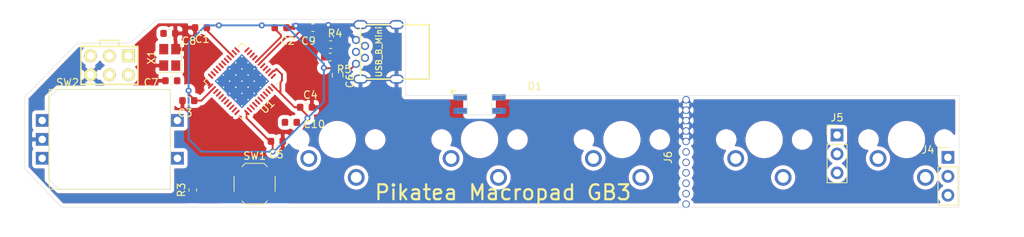
<source format=kicad_pcb>
(kicad_pcb (version 20171130) (host pcbnew "(5.1.6)-1")
  (layers (0 F.Cu signal) (31 B.Cu signal) (34 B.Paste user) (35 F.Paste user) (36 B.SilkS user) (37 F.SilkS user) (38 B.Mask user) (39 F.Mask user) (44 Edge.Cuts user))
  (net 0 "")
  (net 1 GND)
  (net 2 "Net-(C7-Pad1)")
  (net 3 "Net-(C8-Pad1)")
  (net 4 "Net-(C9-Pad1)")
  (net 5 "Net-(C10-Pad1)")
  (net 6 /MOSI)
  (net 7 /RESET)
  (net 8 /SCK)
  (net 9 /MISO)
  (net 10 /A0)
  (net 11 /D9)
  (net 12 /D6)
  (net 13 /D5)
  (net 14 "Net-(R4-Pad2)")
  (net 15 /D+)
  (net 16 "Net-(R5-Pad2)")
  (net 17 /D-)
  (net 18 /CS)
  (net 19 /D4)
  (net 20 /D3)
  (net 21 /D2)
  (net 22 "Net-(U1-Pad39)")
  (net 23 "Net-(U1-Pad38)")
  (net 24 "Net-(U1-Pad37)")
  (net 25 /D8)
  (net 26 "Net-(U1-Pad22)")
  (net 27 "Net-(U1-Pad8)")
  (net 28 VBUS)
  (net 29 /D7)
  (net 30 /D11)
  (net 31 /D13)
  (net 32 /D12)
  (net 33 /D1)
  (net 34 /D0)
  (net 35 "Net-(J2-Pad4)")
  (net 36 "Net-(U1-Pad21)")
  (net 37 "Net-(U1-Pad20)")
  (net 38 "Net-(D1-Pad4)")
  (net 39 "Net-(D1-Pad3)")
  (net 40 "Net-(D1-Pad2)")
  (net 41 "Net-(D1-Pad1)")
  (module Capacitor_SMD:C_0805_2012Metric (layer F.Cu) (at 130.9 96.2875 270)
    (fp_text reference C6 (at 0.7665 -1.65 90) (layer F.SilkS))
    (fp_text value 4u7)
    (fp_line (start -0.258578 -0.71) (end 0.258578 -0.71) (layer F.SilkS) (width 0.12))
    (fp_line (start -0.258578 0.71) (end 0.258578 0.71) (layer F.SilkS) (width 0.12))
    (pad 2 smd roundrect (at 0.9375 0 270) (size 0.975 1.4) (layers F.Cu F.Paste F.Mask) (net 1 GND))
    (pad 1 smd roundrect (at -0.9375 0 270) (size 0.975 1.4) (layers F.Cu F.Paste F.Mask) (net 28 VBUS))
  )
  (module Capacitor_SMD:C_0603_1608Metric (layer F.Cu) (at 124.6355 102.616)
    (fp_text reference C10 (at 3.1265 0.254) (layer F.SilkS))
    (fp_text value 0u1)
    (fp_line (start -0.162779 -0.51) (end 0.162779 -0.51) (layer F.SilkS) (width 0.12))
    (fp_line (start -0.162779 0.51) (end 0.162779 0.51) (layer F.SilkS) (width 0.12))
    (pad 2 smd roundrect (at 0.7875 0) (size 0.875 0.95) (layers F.Cu F.Paste F.Mask) (net 1 GND))
    (pad 1 smd roundrect (at -0.7875 0) (size 0.875 0.95) (layers F.Cu F.Paste F.Mask) (net 5 "Net-(C10-Pad1)"))
  )
  (module Capacitor_SMD:C_0603_1608Metric (layer F.Cu) (at 127.5865 89.916)
    (fp_text reference C9 (at -0.5865 1.778) (layer F.SilkS))
    (fp_text value 1u)
    (fp_line (start -0.162779 -0.51) (end 0.162779 -0.51) (layer F.SilkS) (width 0.12))
    (fp_line (start -0.162779 0.51) (end 0.162779 0.51) (layer F.SilkS) (width 0.12))
    (pad 2 smd roundrect (at 0.7875 0) (size 0.875 0.95) (layers F.Cu F.Paste F.Mask) (net 1 GND))
    (pad 1 smd roundrect (at -0.7875 0) (size 0.875 0.95) (layers F.Cu F.Paste F.Mask) (net 4 "Net-(C9-Pad1)"))
  )
  (module Capacitor_SMD:C_0603_1608Metric (layer F.Cu) (at 108.3795 90.678)
    (fp_text reference C8 (at 2.6185 1.016) (layer F.SilkS))
    (fp_text value 22p)
    (fp_line (start -0.162779 -0.51) (end 0.162779 -0.51) (layer F.SilkS) (width 0.12))
    (fp_line (start -0.162779 0.51) (end 0.162779 0.51) (layer F.SilkS) (width 0.12))
    (pad 2 smd roundrect (at 0.7875 0) (size 0.875 0.95) (layers F.Cu F.Paste F.Mask) (net 1 GND))
    (pad 1 smd roundrect (at -0.7875 0) (size 0.875 0.95) (layers F.Cu F.Paste F.Mask) (net 3 "Net-(C8-Pad1)"))
  )
  (module Capacitor_SMD:C_0603_1608Metric (layer F.Cu) (at 108.6335 97.028 180)
    (fp_text reference C7 (at 2.7155 -0.254) (layer F.SilkS))
    (fp_text value 22p)
    (fp_line (start -0.162779 -0.51) (end 0.162779 -0.51) (layer F.SilkS) (width 0.12))
    (fp_line (start -0.162779 0.51) (end 0.162779 0.51) (layer F.SilkS) (width 0.12))
    (pad 2 smd roundrect (at 0.7875 0 180) (size 0.875 0.95) (layers F.Cu F.Paste F.Mask) (net 1 GND))
    (pad 1 smd roundrect (at -0.7875 0 180) (size 0.875 0.95) (layers F.Cu F.Paste F.Mask) (net 2 "Net-(C7-Pad1)"))
  )
  (module Capacitor_SMD:C_0603_1608Metric (layer F.Cu) (at 122.7605 105.156)
    (fp_text reference C5 (at -0.0785 1.778) (layer F.SilkS))
    (fp_text value 0u1)
    (fp_line (start -0.162779 -0.51) (end 0.162779 -0.51) (layer F.SilkS) (width 0.12))
    (fp_line (start -0.162779 0.51) (end 0.162779 0.51) (layer F.SilkS) (width 0.12))
    (pad 2 smd roundrect (at 0.7875 0) (size 0.875 0.95) (layers F.Cu F.Paste F.Mask) (net 1 GND))
    (pad 1 smd roundrect (at -0.7875 0) (size 0.875 0.95) (layers F.Cu F.Paste F.Mask) (net 28 VBUS))
  )
  (module Capacitor_SMD:C_0603_1608Metric (layer F.Cu) (at 126.6675 100.584)
    (fp_text reference C4 (at 0.5865 -1.65) (layer F.SilkS))
    (fp_text value 0u1)
    (fp_line (start -0.162779 -0.51) (end 0.162779 -0.51) (layer F.SilkS) (width 0.12))
    (fp_line (start -0.162779 0.51) (end 0.162779 0.51) (layer F.SilkS) (width 0.12))
    (pad 2 smd roundrect (at 0.7875 0) (size 0.875 0.95) (layers F.Cu F.Paste F.Mask) (net 1 GND))
    (pad 1 smd roundrect (at -0.7875 0) (size 0.875 0.95) (layers F.Cu F.Paste F.Mask) (net 28 VBUS))
  )
  (module Capacitor_SMD:C_0603_1608Metric (layer F.Cu) (at 110.9125 99.7 180)
    (fp_text reference C3 (at 0.4295 -1.65) (layer F.SilkS))
    (fp_text value 0u1)
    (fp_line (start -0.162779 -0.51) (end 0.162779 -0.51) (layer F.SilkS) (width 0.12))
    (fp_line (start -0.162779 0.51) (end 0.162779 0.51) (layer F.SilkS) (width 0.12))
    (pad 2 smd roundrect (at 0.7875 0 180) (size 0.875 0.95) (layers F.Cu F.Paste F.Mask) (net 1 GND))
    (pad 1 smd roundrect (at -0.7875 0 180) (size 0.875 0.95) (layers F.Cu F.Paste F.Mask) (net 28 VBUS))
  )
  (module Capacitor_SMD:C_0603_1608Metric (layer F.Cu) (at 123.2685 89.916)
    (fp_text reference C2 (at 0.9375 1.778) (layer F.SilkS))
    (fp_text value 0u1)
    (fp_line (start -0.162779 -0.51) (end 0.162779 -0.51) (layer F.SilkS) (width 0.12))
    (fp_line (start -0.162779 0.51) (end 0.162779 0.51) (layer F.SilkS) (width 0.12))
    (pad 2 smd roundrect (at 0.7875 0) (size 0.875 0.95) (layers F.Cu F.Paste F.Mask) (net 1 GND))
    (pad 1 smd roundrect (at -0.7875 0) (size 0.875 0.95) (layers F.Cu F.Paste F.Mask) (net 28 VBUS))
  )
  (module Capacitor_SMD:C_0603_1608Metric (layer F.Cu) (at 112.6005 89.916 180)
    (fp_text reference C1 (at -0.1755 -1.524) (layer F.SilkS))
    (fp_text value 0u1)
    (fp_line (start -0.162779 -0.51) (end 0.162779 -0.51) (layer F.SilkS) (width 0.12))
    (fp_line (start -0.162779 0.51) (end 0.162779 0.51) (layer F.SilkS) (width 0.12))
    (pad 2 smd roundrect (at 0.7875 0 180) (size 0.875 0.95) (layers F.Cu F.Paste F.Mask) (net 1 GND))
    (pad 1 smd roundrect (at -0.7875 0 180) (size 0.875 0.95) (layers F.Cu F.Paste F.Mask) (net 28 VBUS))
  )
  (module Resistor_SMD:R_0603_1608Metric (layer F.Cu) (at 129.9 93.85 180)
    (fp_text reference R5 (at -1.8635 -1.65) (layer F.SilkS))
    (fp_text value 22)
    (fp_line (start -0.162779 -0.51) (end 0.162779 -0.51) (layer F.SilkS) (width 0.12))
    (fp_line (start -0.162779 0.51) (end 0.162779 0.51) (layer F.SilkS) (width 0.12))
    (pad 2 smd roundrect (at 0.7875 0 180) (size 0.875 0.95) (layers F.Cu F.Paste F.Mask) (net 16 "Net-(R5-Pad2)"))
    (pad 1 smd roundrect (at -0.7875 0 180) (size 0.875 0.95) (layers F.Cu F.Paste F.Mask) (net 17 /D-))
  )
  (module Resistor_SMD:R_0603_1608Metric (layer F.Cu) (at 129.9625 92.19 180)
    (fp_text reference R4 (at -0.5935 1.512) (layer F.SilkS))
    (fp_text value 22)
    (fp_line (start -0.162779 -0.51) (end 0.162779 -0.51) (layer F.SilkS) (width 0.12))
    (fp_line (start -0.162779 0.51) (end 0.162779 0.51) (layer F.SilkS) (width 0.12))
    (pad 2 smd roundrect (at 0.7875 0 180) (size 0.875 0.95) (layers F.Cu F.Paste F.Mask) (net 14 "Net-(R4-Pad2)"))
    (pad 1 smd roundrect (at -0.7875 0 180) (size 0.875 0.95) (layers F.Cu F.Paste F.Mask) (net 15 /D+))
  )
  (module Resistor_SMD:R_0603_1608Metric (layer F.Cu) (at 111.506 111.6815 270)
    (fp_text reference R3 (at 0 1.524 90) (layer F.SilkS))
    (fp_text value 10K)
    (fp_line (start -0.162779 -0.51) (end 0.162779 -0.51) (layer F.SilkS) (width 0.12))
    (fp_line (start -0.162779 0.51) (end 0.162779 0.51) (layer F.SilkS) (width 0.12))
    (pad 2 smd roundrect (at 0.7875 0 270) (size 0.875 0.95) (layers F.Cu F.Paste F.Mask) (net 7 /RESET))
    (pad 1 smd roundrect (at -0.7875 0 270) (size 0.875 0.95) (layers F.Cu F.Paste F.Mask) (net 28 VBUS))
  )
  (module Package_DFN_QFN:QFN-44-1EP_7x7mm_P0.5mm_EP5.15x5.15mm_ThermalVias (layer F.Cu) (at 118.09 97.09 225)
    (fp_text reference U1 (at 0 -4.82 45) (layer F.SilkS))
    (fp_text value ATMEGA32U4-EP)
    (fp_line (start 2.885 -3.61) (end 3.61 -3.61) (layer F.SilkS) (width 0.12))
    (fp_line (start 3.61 -3.61) (end 3.61 -2.885) (layer F.SilkS) (width 0.12))
    (fp_line (start -2.885 3.61) (end -3.61 3.61) (layer F.SilkS) (width 0.12))
    (fp_line (start -3.61 3.61) (end -3.61 2.885) (layer F.SilkS) (width 0.12))
    (fp_line (start 2.885 3.61) (end 3.61 3.61) (layer F.SilkS) (width 0.12))
    (fp_line (start 3.61 3.61) (end 3.61 2.885) (layer F.SilkS) (width 0.12))
    (fp_line (start -2.885 -3.61) (end -3.61 -3.61) (layer F.SilkS) (width 0.12))
    (pad 45 smd rect (at 0 0 225) (size 5.15 5.15) (layers B.Cu) (net 1 GND))
    (pad 45 thru_hole circle (at 2.325 2.325 225) (size 0.5 0.5) (drill 0.2) (layers *.Cu) (net 1 GND))
    (pad 45 thru_hole circle (at 1.1625 2.325 225) (size 0.5 0.5) (drill 0.2) (layers *.Cu) (net 1 GND))
    (pad 45 thru_hole circle (at 0 2.325 225) (size 0.5 0.5) (drill 0.2) (layers *.Cu) (net 1 GND))
    (pad 45 thru_hole circle (at -1.1625 2.325 225) (size 0.5 0.5) (drill 0.2) (layers *.Cu) (net 1 GND))
    (pad 45 thru_hole circle (at -2.325 2.325 225) (size 0.5 0.5) (drill 0.2) (layers *.Cu) (net 1 GND))
    (pad 45 thru_hole circle (at 2.325 1.1625 225) (size 0.5 0.5) (drill 0.2) (layers *.Cu) (net 1 GND))
    (pad 45 thru_hole circle (at 1.1625 1.1625 225) (size 0.5 0.5) (drill 0.2) (layers *.Cu) (net 1 GND))
    (pad 45 thru_hole circle (at 0 1.1625 225) (size 0.5 0.5) (drill 0.2) (layers *.Cu) (net 1 GND))
    (pad 45 thru_hole circle (at -1.1625 1.1625 225) (size 0.5 0.5) (drill 0.2) (layers *.Cu) (net 1 GND))
    (pad 45 thru_hole circle (at -2.325 1.1625 225) (size 0.5 0.5) (drill 0.2) (layers *.Cu) (net 1 GND))
    (pad 45 thru_hole circle (at 2.325 0 225) (size 0.5 0.5) (drill 0.2) (layers *.Cu) (net 1 GND))
    (pad 45 thru_hole circle (at 1.1625 0 225) (size 0.5 0.5) (drill 0.2) (layers *.Cu) (net 1 GND))
    (pad 45 thru_hole circle (at 0 0 225) (size 0.5 0.5) (drill 0.2) (layers *.Cu) (net 1 GND))
    (pad 45 thru_hole circle (at -1.1625 0 225) (size 0.5 0.5) (drill 0.2) (layers *.Cu) (net 1 GND))
    (pad 45 thru_hole circle (at -2.325 0 225) (size 0.5 0.5) (drill 0.2) (layers *.Cu) (net 1 GND))
    (pad 45 thru_hole circle (at 2.325 -1.1625 225) (size 0.5 0.5) (drill 0.2) (layers *.Cu) (net 1 GND))
    (pad 45 thru_hole circle (at 1.1625 -1.1625 225) (size 0.5 0.5) (drill 0.2) (layers *.Cu) (net 1 GND))
    (pad 45 thru_hole circle (at 0 -1.1625 225) (size 0.5 0.5) (drill 0.2) (layers *.Cu) (net 1 GND))
    (pad 45 thru_hole circle (at -1.1625 -1.1625 225) (size 0.5 0.5) (drill 0.2) (layers *.Cu) (net 1 GND))
    (pad 45 thru_hole circle (at -2.325 -1.1625 225) (size 0.5 0.5) (drill 0.2) (layers *.Cu) (net 1 GND))
    (pad 45 thru_hole circle (at 2.325 -2.325 225) (size 0.5 0.5) (drill 0.2) (layers *.Cu) (net 1 GND))
    (pad 45 thru_hole circle (at 1.1625 -2.325 225) (size 0.5 0.5) (drill 0.2) (layers *.Cu) (net 1 GND))
    (pad 45 thru_hole circle (at 0 -2.325 225) (size 0.5 0.5) (drill 0.2) (layers *.Cu) (net 1 GND))
    (pad 45 thru_hole circle (at -1.1625 -2.325 225) (size 0.5 0.5) (drill 0.2) (layers *.Cu) (net 1 GND))
    (pad 45 thru_hole circle (at -2.325 -2.325 225) (size 0.5 0.5) (drill 0.2) (layers *.Cu) (net 1 GND))
    (pad 45 smd rect (at 0 0 225) (size 5.15 5.15) (layers F.Cu F.Mask) (net 1 GND))
    (pad 44 smd roundrect (at -2.5 -3.4375 225) (size 0.25 0.875) (layers F.Cu F.Paste F.Mask) (net 28 VBUS))
    (pad 43 smd roundrect (at -2 -3.4375 225) (size 0.25 0.875) (layers F.Cu F.Paste F.Mask) (net 1 GND))
    (pad 42 smd roundrect (at -1.5 -3.4375 225) (size 0.25 0.875) (layers F.Cu F.Paste F.Mask) (net 5 "Net-(C10-Pad1)"))
    (pad 41 smd roundrect (at -1 -3.4375 225) (size 0.25 0.875) (layers F.Cu F.Paste F.Mask) (net 34 /D0))
    (pad 40 smd roundrect (at -0.5 -3.4375 225) (size 0.25 0.875) (layers F.Cu F.Paste F.Mask) (net 33 /D1))
    (pad 39 smd roundrect (at 0 -3.4375 225) (size 0.25 0.875) (layers F.Cu F.Paste F.Mask) (net 22 "Net-(U1-Pad39)"))
    (pad 38 smd roundrect (at 0.5 -3.4375 225) (size 0.25 0.875) (layers F.Cu F.Paste F.Mask) (net 23 "Net-(U1-Pad38)"))
    (pad 37 smd roundrect (at 1 -3.4375 225) (size 0.25 0.875) (layers F.Cu F.Paste F.Mask) (net 24 "Net-(U1-Pad37)"))
    (pad 36 smd roundrect (at 1.5 -3.4375 225) (size 0.25 0.875) (layers F.Cu F.Paste F.Mask) (net 10 /A0))
    (pad 35 smd roundrect (at 2 -3.4375 225) (size 0.25 0.875) (layers F.Cu F.Paste F.Mask) (net 1 GND))
    (pad 34 smd roundrect (at 2.5 -3.4375 225) (size 0.25 0.875) (layers F.Cu F.Paste F.Mask) (net 28 VBUS))
    (pad 33 smd roundrect (at 3.4375 -2.5 225) (size 0.875 0.25) (layers F.Cu F.Paste F.Mask) (net 1 GND))
    (pad 32 smd roundrect (at 3.4375 -2 225) (size 0.875 0.25) (layers F.Cu F.Paste F.Mask) (net 31 /D13))
    (pad 31 smd roundrect (at 3.4375 -1.5 225) (size 0.875 0.25) (layers F.Cu F.Paste F.Mask) (net 13 /D5))
    (pad 30 smd roundrect (at 3.4375 -1 225) (size 0.875 0.25) (layers F.Cu F.Paste F.Mask) (net 18 /CS))
    (pad 29 smd roundrect (at 3.4375 -0.5 225) (size 0.875 0.25) (layers F.Cu F.Paste F.Mask) (net 11 /D9))
    (pad 28 smd roundrect (at 3.4375 0 225) (size 0.875 0.25) (layers F.Cu F.Paste F.Mask) (net 25 /D8))
    (pad 27 smd roundrect (at 3.4375 0.5 225) (size 0.875 0.25) (layers F.Cu F.Paste F.Mask) (net 12 /D6))
    (pad 26 smd roundrect (at 3.4375 1 225) (size 0.875 0.25) (layers F.Cu F.Paste F.Mask) (net 32 /D12))
    (pad 25 smd roundrect (at 3.4375 1.5 225) (size 0.875 0.25) (layers F.Cu F.Paste F.Mask) (net 19 /D4))
    (pad 24 smd roundrect (at 3.4375 2 225) (size 0.875 0.25) (layers F.Cu F.Paste F.Mask) (net 28 VBUS))
    (pad 23 smd roundrect (at 3.4375 2.5 225) (size 0.875 0.25) (layers F.Cu F.Paste F.Mask) (net 1 GND))
    (pad 22 smd roundrect (at 2.5 3.4375 225) (size 0.25 0.875) (layers F.Cu F.Paste F.Mask) (net 26 "Net-(U1-Pad22)"))
    (pad 21 smd roundrect (at 2 3.4375 225) (size 0.25 0.875) (layers F.Cu F.Paste F.Mask) (net 36 "Net-(U1-Pad21)"))
    (pad 20 smd roundrect (at 1.5 3.4375 225) (size 0.25 0.875) (layers F.Cu F.Paste F.Mask) (net 37 "Net-(U1-Pad20)"))
    (pad 19 smd roundrect (at 1 3.4375 225) (size 0.25 0.875) (layers F.Cu F.Paste F.Mask) (net 21 /D2))
    (pad 18 smd roundrect (at 0.5 3.4375 225) (size 0.25 0.875) (layers F.Cu F.Paste F.Mask) (net 20 /D3))
    (pad 17 smd roundrect (at 0 3.4375 225) (size 0.25 0.875) (layers F.Cu F.Paste F.Mask) (net 2 "Net-(C7-Pad1)"))
    (pad 16 smd roundrect (at -0.5 3.4375 225) (size 0.25 0.875) (layers F.Cu F.Paste F.Mask) (net 3 "Net-(C8-Pad1)"))
    (pad 15 smd roundrect (at -1 3.4375 225) (size 0.25 0.875) (layers F.Cu F.Paste F.Mask) (net 1 GND))
    (pad 14 smd roundrect (at -1.5 3.4375 225) (size 0.25 0.875) (layers F.Cu F.Paste F.Mask) (net 28 VBUS))
    (pad 13 smd roundrect (at -2 3.4375 225) (size 0.25 0.875) (layers F.Cu F.Paste F.Mask) (net 7 /RESET))
    (pad 12 smd roundrect (at -2.5 3.4375 225) (size 0.25 0.875) (layers F.Cu F.Paste F.Mask) (net 30 /D11))
    (pad 11 smd roundrect (at -3.4375 2.5 225) (size 0.875 0.25) (layers F.Cu F.Paste F.Mask) (net 9 /MISO))
    (pad 10 smd roundrect (at -3.4375 2 225) (size 0.875 0.25) (layers F.Cu F.Paste F.Mask) (net 6 /MOSI))
    (pad 9 smd roundrect (at -3.4375 1.5 225) (size 0.875 0.25) (layers F.Cu F.Paste F.Mask) (net 8 /SCK))
    (pad 8 smd roundrect (at -3.4375 1 225) (size 0.875 0.25) (layers F.Cu F.Paste F.Mask) (net 27 "Net-(U1-Pad8)"))
    (pad 7 smd roundrect (at -3.4375 0.5 225) (size 0.875 0.25) (layers F.Cu F.Paste F.Mask) (net 28 VBUS))
    (pad 6 smd roundrect (at -3.4375 0 225) (size 0.875 0.25) (layers F.Cu F.Paste F.Mask) (net 4 "Net-(C9-Pad1)"))
    (pad 5 smd roundrect (at -3.4375 -0.5 225) (size 0.875 0.25) (layers F.Cu F.Paste F.Mask) (net 1 GND))
    (pad 4 smd roundrect (at -3.4375 -1 225) (size 0.875 0.25) (layers F.Cu F.Paste F.Mask) (net 14 "Net-(R4-Pad2)"))
    (pad 3 smd roundrect (at -3.4375 -1.5 225) (size 0.875 0.25) (layers F.Cu F.Paste F.Mask) (net 16 "Net-(R5-Pad2)"))
    (pad 2 smd roundrect (at -3.4375 -2 225) (size 0.875 0.25) (layers F.Cu F.Paste F.Mask) (net 28 VBUS))
    (pad 1 smd roundrect (at -3.4375 -2.5 225) (size 0.875 0.25) (layers F.Cu F.Paste F.Mask) (net 29 /D7))
  )
  (module MX_Only:MXOnly-1U-NoLED (layer B.Cu) (at 207.05 104.92)
    (fp_text reference MX5)
    (fp_text value MX-LED)
    (pad 2 thru_hole circle (at 2.54 5.08) (size 2.25 2.25) (drill 1.47) (layers *.Cu F.Mask) (net 10 /A0))
    (pad "" np_thru_hole circle (at 0 0) (size 3.9878 3.9878) (drill 3.9878) (layers *.Cu *.Mask))
    (pad 1 thru_hole circle (at -3.81 2.54) (size 2.25 2.25) (drill 1.47) (layers *.Cu F.Mask) (net 12 /D6))
    (pad "" np_thru_hole circle (at -5.08 0 311.9004) (size 1.75 1.75) (drill 1.75) (layers *.Cu *.Mask))
    (pad "" np_thru_hole circle (at 5.08 0 311.9004) (size 1.75 1.75) (drill 1.75) (layers *.Cu *.Mask))
  )
  (module MX_Only:MXOnly-1U-NoLED (layer B.Cu) (at 188 104.92)
    (fp_text reference MX4)
    (fp_text value MX-LED)
    (pad 2 thru_hole circle (at 2.54 5.08) (size 2.25 2.25) (drill 1.47) (layers *.Cu F.Mask) (net 10 /A0))
    (pad "" np_thru_hole circle (at 0 0) (size 3.9878 3.9878) (drill 3.9878) (layers *.Cu *.Mask))
    (pad 1 thru_hole circle (at -3.81 2.54) (size 2.25 2.25) (drill 1.47) (layers *.Cu F.Mask) (net 25 /D8))
    (pad "" np_thru_hole circle (at -5.08 0 311.9004) (size 1.75 1.75) (drill 1.75) (layers *.Cu *.Mask))
    (pad "" np_thru_hole circle (at 5.08 0 311.9004) (size 1.75 1.75) (drill 1.75) (layers *.Cu *.Mask))
  )
  (module MX_Only:MXOnly-1U-NoLED (layer B.Cu) (at 168.95 104.92)
    (fp_text reference MX3)
    (fp_text value MX-LED)
    (pad 2 thru_hole circle (at 2.54 5.08) (size 2.25 2.25) (drill 1.47) (layers *.Cu F.Mask) (net 10 /A0))
    (pad "" np_thru_hole circle (at 0 0) (size 3.9878 3.9878) (drill 3.9878) (layers *.Cu *.Mask))
    (pad 1 thru_hole circle (at -3.81 2.54) (size 2.25 2.25) (drill 1.47) (layers *.Cu F.Mask) (net 29 /D7))
    (pad "" np_thru_hole circle (at -5.08 0 311.9004) (size 1.75 1.75) (drill 1.75) (layers *.Cu *.Mask))
    (pad "" np_thru_hole circle (at 5.08 0 311.9004) (size 1.75 1.75) (drill 1.75) (layers *.Cu *.Mask))
  )
  (module MX_Only:MXOnly-1U-NoLED (layer B.Cu) (at 149.9 104.92)
    (fp_text reference MX2)
    (fp_text value MX-LED)
    (pad 2 thru_hole circle (at 2.54 5.08) (size 2.25 2.25) (drill 1.47) (layers *.Cu F.Mask) (net 10 /A0))
    (pad "" np_thru_hole circle (at 0 0) (size 3.9878 3.9878) (drill 3.9878) (layers *.Cu *.Mask))
    (pad 1 thru_hole circle (at -3.81 2.54) (size 2.25 2.25) (drill 1.47) (layers *.Cu F.Mask) (net 11 /D9))
    (pad "" np_thru_hole circle (at -5.08 0 311.9004) (size 1.75 1.75) (drill 1.75) (layers *.Cu *.Mask))
    (pad "" np_thru_hole circle (at 5.08 0 311.9004) (size 1.75 1.75) (drill 1.75) (layers *.Cu *.Mask))
  )
  (module MX_Only:MXOnly-1U-NoLED (layer B.Cu) (at 130.85 104.92)
    (fp_text reference MX1)
    (fp_text value MX-LED)
    (pad 2 thru_hole circle (at 2.54 5.08) (size 2.25 2.25) (drill 1.47) (layers *.Cu F.Mask) (net 10 /A0))
    (pad "" np_thru_hole circle (at 0 0) (size 3.9878 3.9878) (drill 3.9878) (layers *.Cu *.Mask))
    (pad 1 thru_hole circle (at -3.81 2.54) (size 2.25 2.25) (drill 1.47) (layers *.Cu F.Mask) (net 13 /D5))
    (pad "" np_thru_hole circle (at -5.08 0 311.9004) (size 1.75 1.75) (drill 1.75) (layers *.Cu *.Mask))
    (pad "" np_thru_hole circle (at 5.08 0 311.9004) (size 1.75 1.75) (drill 1.75) (layers *.Cu *.Mask))
  )
  (module Pikatea:TONYU-DY-S352818-RGBC (layer F.Cu) (at 149.9 100.17)
    (fp_text reference D1 (at 7.4 -2.4) (layer F.SilkS))
    (fp_text value APA-106-F5)
    (fp_line (start 1.6 0) (end 1.6 -1.4) (layer F.SilkS) (width 0.02))
    (fp_line (start 0 -1.4) (end 1.6 -1.4) (layer F.SilkS) (width 0.02))
    (fp_line (start -1.6 0) (end -1.6 1.4) (layer F.SilkS) (width 0.02))
    (fp_line (start 0 1.4) (end -1.6 1.4) (layer F.SilkS) (width 0.02))
    (fp_line (start 0 -1.4) (end -1.6 -1.4) (layer F.SilkS) (width 0.02))
    (fp_line (start -1.6 0) (end -1.6 -1.4) (layer F.SilkS) (width 0.02))
    (fp_line (start 1.6 0) (end 1.6 1.4) (layer F.SilkS) (width 0.02))
    (fp_line (start 0 1.4) (end 1.6 1.4) (layer F.SilkS) (width 0.02))
    (fp_line (start 1.6 -1.2) (end 2.94 -1.2) (layer F.SilkS) (width 0.02))
    (fp_line (start 1.6 1.2) (end 2.94 1.2) (layer F.SilkS) (width 0.02))
    (fp_line (start 2.94 0.52) (end 1.6 0.52) (layer F.SilkS) (width 0.02))
    (fp_line (start 2.94 -0.52) (end 1.6 -0.52) (layer F.SilkS) (width 0.02))
    (fp_line (start 2.94 -1.2) (end 2.94 -0.52) (layer F.SilkS) (width 0.02))
    (fp_line (start 2.94 0.52) (end 2.94 1.2) (layer F.SilkS) (width 0.02))
    (fp_line (start -1.6 1.2) (end -2.94 1.2) (layer F.SilkS) (width 0.02))
    (fp_line (start -1.6 -1.2) (end -2.94 -1.2) (layer F.SilkS) (width 0.02))
    (fp_line (start -2.94 0.52) (end -1.6 0.52) (layer F.SilkS) (width 0.02))
    (fp_line (start -2.94 -0.52) (end -1.6 -0.52) (layer F.SilkS) (width 0.02))
    (fp_line (start -2.94 1.2) (end -2.94 0.52) (layer F.SilkS) (width 0.02))
    (fp_line (start -2.94 -0.52) (end -2.94 -1.2) (layer F.SilkS) (width 0.02))
    (fp_poly (pts (xy -3.8 -1.3) (xy -3.8 -1.9) (xy -3.2 -1.9)) (layer F.SilkS) (width 0.1))
    (pad 3 smd rect (at 2.6 0.9) (size 1.8 0.82) (layers B.Cu F.Paste F.Mask) (net 39 "Net-(D1-Pad3)"))
    (pad 2 smd rect (at -2.6 -0.9 180) (size 1.8 0.82) (layers B.Cu F.Paste F.Mask) (net 40 "Net-(D1-Pad2)"))
    (pad 4 smd rect (at -2.6 0.9 180) (size 1.8 0.82) (layers B.Cu F.Paste F.Mask) (net 38 "Net-(D1-Pad4)"))
    (pad 1 smd rect (at 2.6 -0.9) (size 1.8 0.82) (layers B.Cu F.Paste F.Mask) (net 41 "Net-(D1-Pad1)"))
  )
  (module "Pikatea Macropad Encoder Side Mount:Breakaway-Throughole" (layer F.Cu) (at 177.546 106.68 90)
    (fp_text reference J6 (at -0.635 -2.413 90) (layer F.SilkS))
    (fp_text value Conn_01x06_Male)
    (pad 1 thru_hole circle (at 7.1 0 90) (size 1 1) (drill 0.75) (layers *.Cu *.Mask) (net 1 GND))
    (pad 1 thru_hole circle (at -6.9 0 90) (size 1 1) (drill 0.75) (layers *.Cu *.Mask) (net 1 GND))
    (pad 6 thru_hole circle (at -5.5 0 90) (size 1 1) (drill 0.75) (layers *.Cu *.Mask) (net 34 /D0))
    (pad 5 thru_hole circle (at -4.1 0 90) (size 1 1) (drill 0.75) (layers *.Cu *.Mask) (net 33 /D1))
    (pad 3 thru_hole circle (at -2.7 0 90) (size 1 1) (drill 0.75) (layers *.Cu *.Mask) (net 12 /D6))
    (pad 2 thru_hole circle (at -1.3 0 90) (size 1 1) (drill 0.75) (layers *.Cu *.Mask) (net 25 /D8))
    (pad 1 thru_hole circle (at 5.7 0 90) (size 1 1) (drill 0.75) (layers *.Cu *.Mask) (net 1 GND))
    (pad 1 thru_hole circle (at 4.3 0 90) (size 1 1) (drill 0.75) (layers *.Cu *.Mask) (net 1 GND))
    (pad 1 thru_hole circle (at 2.9 0 90) (size 1 1) (drill 0.75) (layers *.Cu *.Mask) (net 1 GND))
    (pad 1 thru_hole circle (at 1.5 0 90) (size 1 1) (drill 0.75) (layers *.Cu *.Mask) (net 1 GND))
    (pad 4 thru_hole circle (at 0.1 0 90) (size 1 1) (drill 0.75) (layers *.Cu *.Mask) (net 10 /A0))
  )
  (module keyboard_parts:AVR_ICSP_3x2 (layer F.Cu) (at 100.35 94.97 180)
    (fp_text reference J1 hide)
    (fp_text value AVR-ISP-6 hide)
    (fp_line (start -3.81 2.54) (end -3.81 -2.54) (layer F.SilkS) (width 0.2032))
    (fp_line (start 3.81 -2.54) (end 3.81 2.54) (layer F.SilkS) (width 0.2032))
    (fp_line (start -3.81 -2.54) (end 3.81 -2.54) (layer F.SilkS) (width 0.2032))
    (fp_line (start 3.81 2.54) (end -3.81 2.54) (layer F.SilkS) (width 0.2032))
    (fp_line (start 1.3 3.35) (end 1.3 2.55) (layer F.SilkS) (width 0.2))
    (fp_line (start -1.25 3.35) (end 1.3 3.35) (layer F.SilkS) (width 0.2))
    (fp_line (start -1.25 2.55) (end -1.25 3.35) (layer F.SilkS) (width 0.2))
    (pad 6 thru_hole circle (at 2.54 -1.27 180) (size 1.7 1.7) (drill 1.016) (layers *.Cu *.Mask F.SilkS) (net 1 GND))
    (pad 5 thru_hole circle (at 2.54 1.27 180) (size 1.7 1.7) (drill 1.016) (layers *.Cu *.Mask F.SilkS) (net 7 /RESET))
    (pad 4 thru_hole circle (at 0 -1.27 180) (size 1.7 1.7) (drill 1.016) (layers *.Cu *.Mask F.SilkS) (net 6 /MOSI))
    (pad 3 thru_hole circle (at 0 1.27 180) (size 1.7 1.7) (drill 1.016) (layers *.Cu *.Mask F.SilkS) (net 8 /SCK))
    (pad 2 thru_hole circle (at -2.54 -1.27 180) (size 1.7 1.7) (drill 1.016) (layers *.Cu *.Mask F.SilkS) (net 28 VBUS))
    (pad 1 thru_hole rect (at -2.54 1.27 180) (size 1.7 1.7) (drill 1.016) (layers *.Cu *.Mask F.SilkS) (net 9 /MISO))
  )
  (module Button_Switch_SMD:SW_SPST_TL3342 (layer F.Cu) (at 119.786 110.866)
    (fp_text reference SW1 (at 0 -3.75) (layer F.SilkS))
    (fp_text value SW_DPST)
    (fp_line (start -1.7 2.3) (end -1.25 2.75) (layer F.SilkS) (width 0.12))
    (fp_line (start 1.7 2.3) (end 1.25 2.75) (layer F.SilkS) (width 0.12))
    (fp_line (start 1.7 -2.3) (end 1.25 -2.75) (layer F.SilkS) (width 0.12))
    (fp_line (start -1.7 -2.3) (end -1.25 -2.75) (layer F.SilkS) (width 0.12))
    (fp_line (start 2.75 -1) (end 2.75 1) (layer F.SilkS) (width 0.12))
    (fp_line (start -1.25 2.75) (end 1.25 2.75) (layer F.SilkS) (width 0.12))
    (fp_line (start -2.75 -1) (end -2.75 1) (layer F.SilkS) (width 0.12))
    (fp_line (start -1.25 -2.75) (end 1.25 -2.75) (layer F.SilkS) (width 0.12))
    (pad 2 smd rect (at 3.15 1.9) (size 1.7 1) (layers F.Cu F.Paste F.Mask) (net 7 /RESET))
    (pad 2 smd rect (at -3.15 1.9) (size 1.7 1) (layers F.Cu F.Paste F.Mask) (net 7 /RESET))
    (pad 1 smd rect (at 3.15 -1.9) (size 1.7 1) (layers F.Cu F.Paste F.Mask) (net 1 GND))
    (pad 1 smd rect (at -3.15 -1.9) (size 1.7 1) (layers F.Cu F.Paste F.Mask) (net 1 GND))
  )
  (module "usb_mini:USB-Mini-B_ LCSC-C46398" (layer F.Cu) (at 133.96 93.16 90)
    (fp_text reference J2 hide)
    (fp_text value USB_B_Mini (at 0.02 2.46 90) (layer F.SilkS) (effects (font (size 0.8 0.8))))
    (fp_line (start 3.65 0) (end -3.65 0) (layer F.SilkS) (width 0.2))
    (fp_line (start -3.65 0) (end -3.65 9.2) (layer F.SilkS) (width 0.2))
    (fp_line (start -3.65 9.2) (end 3.65 9.2) (layer F.SilkS) (width 0.2))
    (fp_line (start 3.65 9.2) (end 3.65 0) (layer F.SilkS) (width 0.2))
    (pad 6 thru_hole oval (at 3.65 0 90) (size 1.2 1.9) (drill oval 0.8 1.5) (layers *.Cu *.Mask) (net 1 GND))
    (pad 6 thru_hole oval (at -3.65 0 90) (size 1.2 1.9) (drill oval 0.8 1.5) (layers *.Cu *.Mask) (net 1 GND))
    (pad 1 thru_hole circle (at -1.6 -0.6 90) (size 1.1 1.1) (drill 0.7) (layers *.Cu *.Mask) (net 28 VBUS))
    (pad 2 thru_hole circle (at -0.8 0.6 90) (size 1.1 1.1) (drill 0.7) (layers *.Cu *.Mask) (net 17 /D-))
    (pad 3 thru_hole circle (at 0 -0.6 90) (size 1.1 1.1) (drill 0.7) (layers *.Cu *.Mask) (net 15 /D+))
    (pad 4 thru_hole circle (at 0.8 0.6 90) (size 1.1 1.1) (drill 0.7) (layers *.Cu *.Mask) (net 35 "Net-(J2-Pad4)"))
    (pad 5 thru_hole circle (at 1.6 -0.6 90) (size 1.1 1.1) (drill 0.7) (layers *.Cu *.Mask) (net 1 GND))
    (pad 6 thru_hole oval (at -3.65 4.82 90) (size 1.2 1.9) (drill oval 0.8 1.5) (layers *.Cu *.Mask) (net 1 GND))
    (pad 6 thru_hole oval (at 3.65 4.82 90) (size 1.2 1.9) (drill oval 0.8 1.5) (layers *.Cu *.Mask) (net 1 GND))
  )
  (module Crystal:Crystal_SMD_SeikoEpson_FA238-4Pin_3.2x2.5mm (layer F.Cu) (at 108.42 93.896 90)
    (fp_text reference X1 (at 0 -2.45 90) (layer F.SilkS))
    (fp_text value 16MHz)
    (fp_line (start -2 -1.6) (end -2 1.6) (layer F.SilkS) (width 0.12))
    (fp_line (start -2 1.6) (end 2 1.6) (layer F.SilkS) (width 0.12))
    (pad 4 smd rect (at -1.1 -0.8 90) (size 1.4 1.2) (layers F.Cu F.Paste F.Mask) (net 1 GND))
    (pad 3 smd rect (at 1.1 -0.8 90) (size 1.4 1.2) (layers F.Cu F.Paste F.Mask) (net 3 "Net-(C8-Pad1)"))
    (pad 2 smd rect (at 1.1 0.8 90) (size 1.4 1.2) (layers F.Cu F.Paste F.Mask) (net 1 GND))
    (pad 1 smd rect (at -1.1 0.8 90) (size 1.4 1.2) (layers F.Cu F.Paste F.Mask) (net 2 "Net-(C7-Pad1)"))
  )
  (module Connector_PinHeader_2.54mm:PinHeader_1x03_P2.54mm_Vertical (layer F.Cu) (at 212.598 107.315)
    (fp_text reference J4 (at -2.667 -1.016) (layer F.SilkS))
    (fp_text value Conn_01x03_Male)
    (fp_line (start -1.33 6.41) (end 1.33 6.41) (layer F.SilkS) (width 0.12))
    (fp_line (start -1.33 1.27) (end -1.33 6.41) (layer F.SilkS) (width 0.12))
    (fp_line (start 1.33 1.27) (end 1.33 6.41) (layer F.SilkS) (width 0.12))
    (fp_line (start -1.33 1.27) (end 1.33 1.27) (layer F.SilkS) (width 0.12))
    (fp_line (start -1.33 0) (end -1.33 -1.33) (layer F.SilkS) (width 0.12))
    (fp_line (start -1.33 -1.33) (end 0 -1.33) (layer F.SilkS) (width 0.12))
    (pad 3 thru_hole oval (at 0 5.08) (size 1.7 1.7) (drill 1) (layers *.Cu *.Mask) (net 10 /A0))
    (pad 2 thru_hole oval (at 0 2.54) (size 1.7 1.7) (drill 1) (layers *.Cu *.Mask) (net 34 /D0))
    (pad 1 thru_hole rect (at 0 0) (size 1.7 1.7) (drill 1) (layers *.Cu *.Mask) (net 33 /D1))
  )
  (module Connector_PinHeader_2.54mm:PinHeader_1x03_P2.54mm_Vertical (layer F.Cu) (at 197.76 104.31)
    (fp_text reference J5 (at 0 -2.33) (layer F.SilkS))
    (fp_text value Conn_01x03_Male)
    (fp_line (start -1.33 -1.33) (end 0 -1.33) (layer F.SilkS) (width 0.12))
    (fp_line (start -1.33 0) (end -1.33 -1.33) (layer F.SilkS) (width 0.12))
    (fp_line (start -1.33 1.27) (end 1.33 1.27) (layer F.SilkS) (width 0.12))
    (fp_line (start 1.33 1.27) (end 1.33 6.41) (layer F.SilkS) (width 0.12))
    (fp_line (start -1.33 1.27) (end -1.33 6.41) (layer F.SilkS) (width 0.12))
    (fp_line (start -1.33 6.41) (end 1.33 6.41) (layer F.SilkS) (width 0.12))
    (pad 3 thru_hole oval (at 0 5.08) (size 1.7 1.7) (drill 1) (layers *.Cu *.Mask) (net 10 /A0))
    (pad 2 thru_hole oval (at 0 2.54) (size 1.7 1.7) (drill 1) (layers *.Cu *.Mask) (net 12 /D6))
    (pad 1 thru_hole rect (at 0 0) (size 1.7 1.7) (drill 1) (layers *.Cu *.Mask) (net 25 /D8))
  )
  (module "Pikatea Macropad Encoder Side Mount:Encoder-BI_EN11_HSM0E" (layer F.Cu) (at 100.4 104.9)
    (fp_text reference SW2 (at -5.658 -7.618) (layer F.SilkS))
    (fp_text value Rotary_Encoder_Switch)
    (fp_line (start -8.1 6.7) (end -8.1 -6.7) (layer F.SilkS) (width 0.12))
    (fp_line (start 8.1 6.7) (end 8.1 -6.7) (layer F.SilkS) (width 0.12))
    (fp_line (start -8.1 -6.7) (end 8.1 -6.7) (layer F.SilkS) (width 0.12))
    (fp_line (start 8.1 6.7) (end -8.1 6.7) (layer F.SilkS) (width 0.12))
    (pad S1 thru_hole rect (at 9.05 -2.54) (size 1.7 1.7) (drill 1) (layers *.Cu *.Mask) (net 21 /D2))
    (pad S2 thru_hole rect (at 9.05 2.54) (size 1.7 1.7) (drill 1) (layers *.Cu *.Mask) (net 10 /A0))
    (pad C thru_hole rect (at -9.05 0) (size 1.7 1.7) (drill 1) (layers *.Cu *.Mask) (net 1 GND))
    (pad B thru_hole rect (at -9.05 -2.54) (size 1.7 1.7) (drill 1) (layers *.Cu *.Mask) (net 20 /D3))
    (pad A thru_hole rect (at -9.05 2.54) (size 1.7 1.7) (drill 1) (layers *.Cu *.Mask) (net 19 /D4))
  )
  (gr_text "Pikatea Macropad GB3" (at 153.035 112.014) (layer F.SilkS) (effects (font (size 2 2) (thickness 0.3))))
  (gr_line (start 148.25 99) (end 140 99) (layer Edge.Cuts) (width 0.05))
  (gr_line (start 148.25 101.6) (end 148.25 99) (layer Edge.Cuts) (width 0.05))
  (gr_line (start 151.55 101.6) (end 148.25 101.6) (layer Edge.Cuts) (width 0.05))
  (gr_line (start 151.55 99) (end 151.55 101.6) (layer Edge.Cuts) (width 0.05))
  (gr_line (start 92.202 99.314) (end 93.472 98.2) (layer Edge.Cuts) (width 0.05))
  (gr_line (start 140 88.8) (end 140 99) (layer Edge.Cuts) (width 0.05))
  (gr_line (start 151.55 99) (end 214.1 99) (layer Edge.Cuts) (width 0.05))
  (gr_line (start 103.124 92) (end 106.7 88.8) (layer Edge.Cuts) (width 0.05))
  (gr_line (start 96.012 92) (end 103.124 92) (layer Edge.Cuts) (width 0.05))
  (gr_line (start 89 99.2) (end 96.012 92) (layer Edge.Cuts) (width 0.05))
  (gr_line (start 89 108.8) (end 93.9 114) (layer Edge.Cuts) (width 0.05))
  (gr_line (start 93.6 111.6) (end 108.5 111.6) (layer Edge.Cuts) (width 0.05))
  (gr_line (start 92.202 110.236) (end 93.6 111.6) (layer Edge.Cuts) (width 0.05))
  (gr_line (start 92.202 99.314) (end 92.202 110.236) (layer Edge.Cuts) (width 0.05))
  (gr_line (start 108.5 98.2) (end 93.472 98.2) (layer Edge.Cuts) (width 0.05))
  (gr_line (start 108.5 111.6) (end 108.5 98.2) (layer Edge.Cuts) (width 0.05))
  (gr_line (start 140 88.8) (end 106.7 88.8) (layer Edge.Cuts) (width 0.05))
  (gr_line (start 89 99.2) (end 89 108.8) (layer Edge.Cuts) (width 0.05))
  (gr_line (start 214.1 114) (end 214.1 99) (layer Edge.Cuts) (width 0.05))
  (gr_line (start 214.1 114) (end 93.9 114) (layer Edge.Cuts) (width 0.05))
  (via (at 129.65 89.55) (size 0.8) (drill 0.4) (layers F.Cu B.Cu) (net 1))
  (via (at 125.3 89.65) (size 0.8) (drill 0.4) (layers F.Cu B.Cu) (net 1))
  (segment (start 120.52068 94.65932) (end 124.03 91.15) (width 0.25) (layer F.Cu) (net 4))
  (segment (start 124.03 91.15) (end 125.1 91.15) (width 0.25) (layer F.Cu) (net 4))
  (segment (start 126.334 89.916) (end 126.799 89.916) (width 0.25) (layer F.Cu) (net 4))
  (segment (start 125.1 91.15) (end 126.334 89.916) (width 0.25) (layer F.Cu) (net 4))
  (segment (start 113.25 89.6) (end 110.95 91.9) (width 0.25) (layer B.Cu) (net 28))
  (segment (start 123.9 89.6) (end 120.75 89.6) (width 0.25) (layer B.Cu) (net 28))
  (segment (start 128 93.7) (end 123.9 89.6) (width 0.25) (layer B.Cu) (net 28))
  (segment (start 110.95 91.9) (end 110.95 98.35) (width 0.25) (layer B.Cu) (net 28))
  (segment (start 122.363998 106.55) (end 126.856999 102.056999) (width 0.25) (layer B.Cu) (net 28))
  (segment (start 110.95 104.85) (end 112.65 106.55) (width 0.25) (layer B.Cu) (net 28))
  (segment (start 129.05 94.77) (end 129.06 94.76) (width 0.25) (layer B.Cu) (net 28))
  (segment (start 112.65 106.55) (end 122.2 106.55) (width 0.25) (layer B.Cu) (net 28))
  (segment (start 126.856999 102.056999) (end 129.05 99.863998) (width 0.25) (layer B.Cu) (net 28))
  (via (at 126.856999 102.056999) (size 0.8) (drill 0.4) (layers F.Cu B.Cu) (net 28))
  (segment (start 126.856999 101.710999) (end 125.73 100.584) (width 0.25) (layer F.Cu) (net 28))
  (segment (start 126.856999 102.056999) (end 126.856999 101.710999) (width 0.25) (layer F.Cu) (net 28))
  (segment (start 125.73 100.584) (end 125.119534 100.584) (width 0.25) (layer F.Cu) (net 28))
  (segment (start 122.2 106.55) (end 122.363998 106.55) (width 0.25) (layer B.Cu) (net 28))
  (via (at 122.2 106.55) (size 0.8) (drill 0.4) (layers F.Cu B.Cu) (net 28))
  (segment (start 122.2 105.533) (end 121.823 105.156) (width 0.25) (layer F.Cu) (net 28))
  (segment (start 122.2 106.55) (end 122.2 105.533) (width 0.25) (layer F.Cu) (net 28))
  (segment (start 121.823 105.156) (end 118.7 102.033) (width 0.25) (layer F.Cu) (net 28))
  (segment (start 118.7 101.34136) (end 118.752913 101.288447) (width 0.25) (layer F.Cu) (net 28))
  (segment (start 118.7 102.033) (end 118.7 101.34136) (width 0.25) (layer F.Cu) (net 28))
  (segment (start 110.95 98.35) (end 110.95 104.85) (width 0.25) (layer B.Cu) (net 28))
  (via (at 110.95 98.35) (size 0.8) (drill 0.4) (layers F.Cu B.Cu) (net 28))
  (segment (start 110.95 98.8) (end 111.85 99.7) (width 0.25) (layer F.Cu) (net 28))
  (segment (start 110.95 98.35) (end 110.95 98.8) (width 0.25) (layer F.Cu) (net 28))
  (segment (start 112.651573 99.7) (end 114.245107 98.106466) (width 0.25) (layer F.Cu) (net 28))
  (segment (start 111.85 99.7) (end 112.651573 99.7) (width 0.25) (layer F.Cu) (net 28))
  (segment (start 115 89.6) (end 113.25 89.6) (width 0.25) (layer B.Cu) (net 28))
  (via (at 115 89.6) (size 0.8) (drill 0.4) (layers F.Cu B.Cu) (net 28))
  (segment (start 113.854 89.6) (end 113.538 89.916) (width 0.25) (layer F.Cu) (net 28))
  (segment (start 115 89.6) (end 113.854 89.6) (width 0.25) (layer F.Cu) (net 28))
  (segment (start 113.538 90.416679) (end 116.719981 93.59866) (width 0.25) (layer F.Cu) (net 28))
  (segment (start 113.538 89.916) (end 113.538 90.416679) (width 0.25) (layer F.Cu) (net 28))
  (segment (start 120.75 89.6) (end 115 89.6) (width 0.25) (layer B.Cu) (net 28))
  (via (at 120.75 89.6) (size 0.8) (drill 0.4) (layers F.Cu B.Cu) (net 28))
  (segment (start 122.015 89.6) (end 122.331 89.916) (width 0.25) (layer F.Cu) (net 28))
  (segment (start 120.75 89.6) (end 122.015 89.6) (width 0.25) (layer F.Cu) (net 28))
  (segment (start 122.331 89.916) (end 123.3 90.885) (width 0.25) (layer F.Cu) (net 28))
  (segment (start 123.3 91.172893) (end 120.167126 94.305767) (width 0.25) (layer F.Cu) (net 28))
  (segment (start 123.3 90.885) (end 123.3 91.172893) (width 0.25) (layer F.Cu) (net 28))
  (segment (start 122.308427 95.7) (end 121.934893 96.073534) (width 0.25) (layer F.Cu) (net 28))
  (segment (start 122.45 95.7) (end 122.308427 95.7) (width 0.25) (layer F.Cu) (net 28))
  (segment (start 129.06 94.76) (end 128 93.7) (width 0.25) (layer B.Cu) (net 28))
  (segment (start 123.242767 98.707233) (end 123.242767 97.207233) (width 0.25) (layer F.Cu) (net 28))
  (segment (start 123.242767 98.707233) (end 122.288447 97.752913) (width 0.25) (layer F.Cu) (net 28))
  (segment (start 125.119534 100.584) (end 123.242767 98.707233) (width 0.25) (layer F.Cu) (net 28))
  (segment (start 123.242767 97.207233) (end 123.45 97) (width 0.25) (layer F.Cu) (net 28))
  (segment (start 123.45 96.2) (end 122.7 95.45) (width 0.25) (layer F.Cu) (net 28))
  (segment (start 123.45 97) (end 123.45 96.2) (width 0.25) (layer F.Cu) (net 28))
  (segment (start 122.7 95.45) (end 122.45 95.7) (width 0.25) (layer F.Cu) (net 28))
  (segment (start 133.36 94.76) (end 132.67 95.45) (width 0.25) (layer F.Cu) (net 28))
  (segment (start 131 95.45) (end 130.9 95.35) (width 0.25) (layer F.Cu) (net 28))
  (segment (start 132.67 95.45) (end 131 95.45) (width 0.25) (layer F.Cu) (net 28))
  (segment (start 129.1 95.35) (end 129.05 95.3) (width 0.25) (layer F.Cu) (net 28))
  (segment (start 130.9 95.35) (end 129.1 95.35) (width 0.25) (layer F.Cu) (net 28))
  (segment (start 129.05 99.863998) (end 129.05 95.3) (width 0.25) (layer B.Cu) (net 28))
  (via (at 129.05 95.3) (size 0.8) (drill 0.4) (layers F.Cu B.Cu) (net 28))
  (segment (start 129.05 95.3) (end 129.05 94.77) (width 0.25) (layer B.Cu) (net 28))
  (zone (net 1) (net_name GND) (layer B.Cu) (connect_pads (clearance 0.508)) (min_thickness 0.254) (fill yes (arc_segments 32) (thermal_gap 0.508) (thermal_bridge_width 0.508))
    (polygon (pts (xy 222.8 118) (xy 85.7 118) (xy 85.8 86.2) (xy 222.8 86.2)))
  )
  (zone (net 1) (net_name GND) (layer F.Cu) (connect_pads (clearance 0.508)) (min_thickness 0.254) (fill yes (arc_segments 32) (thermal_gap 0.508) (thermal_bridge_width 0.508))
    (polygon (pts (xy 222.8 118) (xy 85.7 118) (xy 85.8 86.2) (xy 222.8 86.2)))
  )
)
</source>
